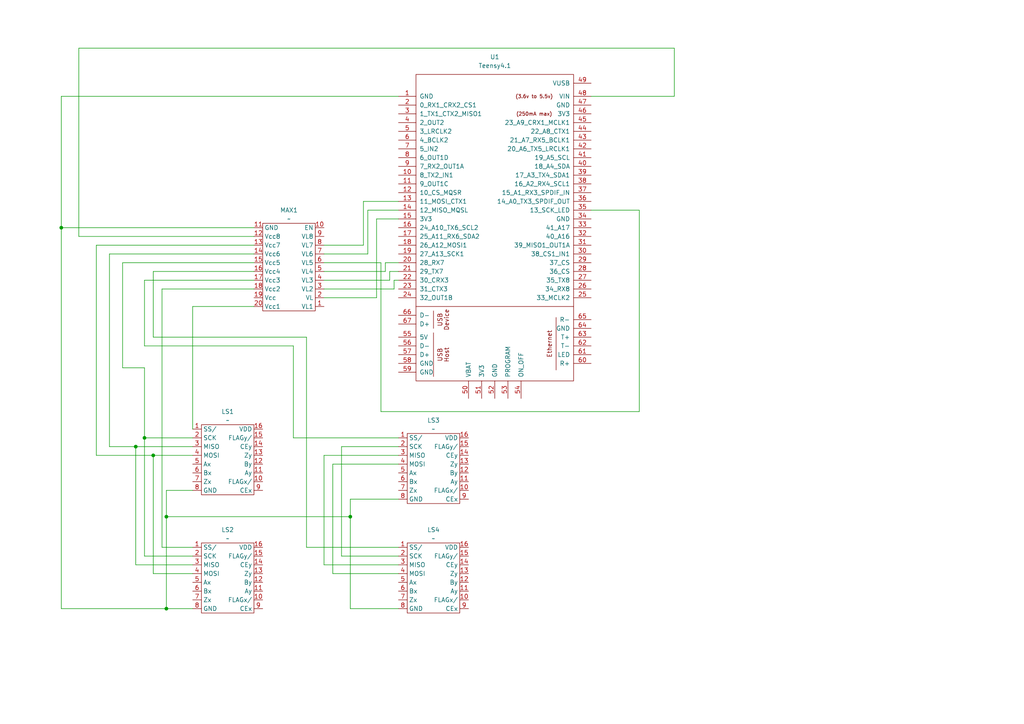
<source format=kicad_sch>
(kicad_sch (version 20231120) (generator "eeschema") (generator_version "8.0")
  (paper "A4")
  (lib_symbols
    (symbol "Teensy:Teensy4.1" (pin_names (offset 1.016))
      (property "Reference" "U" (at 0 64.77 0))
      (property "Value" "Teensy4.1" (at 0 62.23 0))
      (symbol "Teensy4.1_0_0"
        (polyline (pts (xy -22.86 -6.35) (xy 22.86 -6.35)))
        (polyline (pts (xy -17.78 -26.67) (xy -17.78 -13.97)))
        (polyline (pts (xy -17.78 -7.62) (xy -17.78 -12.7)))
        (polyline (pts (xy 17.78 -9.525) (xy 17.78 -24.765)))
        (text "(250mA max)" (at 11.43 49.53 0) (effects (font (size 1.016 1.016))))
        (text "(3.6v to 5.5v)" (at 11.43 54.61 0) (effects (font (size 1.016 1.016))))
        (text "Device" (at -13.97 -10.16 900) (effects (font (size 1.27 1.27))))
        (text "Ethernet" (at 15.875 -17.145 900) (effects (font (size 1.27 1.27))))
        (text "Host" (at -13.97 -20.32 900) (effects (font (size 1.27 1.27))))
        (text "USB" (at -15.875 -20.32 900) (effects (font (size 1.27 1.27))))
        (text "USB" (at -15.875 -10.16 900) (effects (font (size 1.27 1.27))))
        (pin bidirectional line (at -27.94 31.75 0) (length 5.08) (name "8_TX2_IN1") (number "10"))
        (pin bidirectional line (at -27.94 29.21 0) (length 5.08) (name "9_OUT1C") (number "11"))
        (pin bidirectional line (at -27.94 26.67 0) (length 5.08) (name "10_CS_MQSR") (number "12"))
        (pin bidirectional line (at -27.94 24.13 0) (length 5.08) (name "11_MOSI_CTX1") (number "13"))
        (pin bidirectional line (at -27.94 21.59 0) (length 5.08) (name "12_MISO_MQSL") (number "14"))
        (pin power_in line (at -27.94 19.05 0) (length 5.08) (name "3V3") (number "15"))
        (pin bidirectional line (at -27.94 16.51 0) (length 5.08) (name "24_A10_TX6_SCL2") (number "16"))
        (pin bidirectional line (at -27.94 13.97 0) (length 5.08) (name "25_A11_RX6_SDA2") (number "17"))
        (pin bidirectional line (at -27.94 11.43 0) (length 5.08) (name "26_A12_MOSI1") (number "18"))
        (pin bidirectional line (at -27.94 8.89 0) (length 5.08) (name "27_A13_SCK1") (number "19"))
        (pin bidirectional line (at -27.94 6.35 0) (length 5.08) (name "28_RX7") (number "20"))
        (pin bidirectional line (at -27.94 3.81 0) (length 5.08) (name "29_TX7") (number "21"))
        (pin bidirectional line (at -27.94 1.27 0) (length 5.08) (name "30_CRX3") (number "22"))
        (pin bidirectional line (at -27.94 -1.27 0) (length 5.08) (name "31_CTX3") (number "23"))
        (pin bidirectional line (at -27.94 -3.81 0) (length 5.08) (name "32_OUT1B") (number "24"))
        (pin bidirectional line (at 27.94 -3.81 180) (length 5.08) (name "33_MCLK2") (number "25"))
        (pin bidirectional line (at 27.94 -1.27 180) (length 5.08) (name "34_RX8") (number "26"))
        (pin bidirectional line (at 27.94 1.27 180) (length 5.08) (name "35_TX8") (number "27"))
        (pin bidirectional line (at 27.94 3.81 180) (length 5.08) (name "36_CS") (number "28"))
        (pin bidirectional line (at 27.94 6.35 180) (length 5.08) (name "37_CS") (number "29"))
        (pin bidirectional line (at 27.94 8.89 180) (length 5.08) (name "38_CS1_IN1") (number "30"))
        (pin bidirectional line (at 27.94 11.43 180) (length 5.08) (name "39_MISO1_OUT1A") (number "31"))
        (pin bidirectional line (at 27.94 13.97 180) (length 5.08) (name "40_A16") (number "32"))
        (pin bidirectional line (at 27.94 16.51 180) (length 5.08) (name "41_A17") (number "33"))
        (pin bidirectional line (at 27.94 21.59 180) (length 5.08) (name "13_SCK_LED") (number "35"))
        (pin bidirectional line (at 27.94 24.13 180) (length 5.08) (name "14_A0_TX3_SPDIF_OUT") (number "36"))
        (pin bidirectional line (at 27.94 26.67 180) (length 5.08) (name "15_A1_RX3_SPDIF_IN") (number "37"))
        (pin bidirectional line (at 27.94 29.21 180) (length 5.08) (name "16_A2_RX4_SCL1") (number "38"))
        (pin bidirectional line (at 27.94 31.75 180) (length 5.08) (name "17_A3_TX4_SDA1") (number "39"))
        (pin bidirectional line (at 27.94 34.29 180) (length 5.08) (name "18_A4_SDA") (number "40"))
        (pin bidirectional line (at 27.94 36.83 180) (length 5.08) (name "19_A5_SCL") (number "41"))
        (pin bidirectional line (at 27.94 39.37 180) (length 5.08) (name "20_A6_TX5_LRCLK1") (number "42"))
        (pin bidirectional line (at 27.94 41.91 180) (length 5.08) (name "21_A7_RX5_BCLK1") (number "43"))
        (pin bidirectional line (at 27.94 44.45 180) (length 5.08) (name "22_A8_CTX1") (number "44"))
        (pin bidirectional line (at 27.94 46.99 180) (length 5.08) (name "23_A9_CRX1_MCLK1") (number "45"))
        (pin output line (at 27.94 49.53 180) (length 5.08) (name "3V3") (number "46"))
        (pin output line (at 27.94 52.07 180) (length 5.08) (name "GND") (number "47"))
        (pin power_in line (at 27.94 54.61 180) (length 5.08) (name "VIN") (number "48"))
        (pin power_out line (at 27.94 58.42 180) (length 5.08) (name "VUSB") (number "49"))
        (pin bidirectional line (at -27.94 44.45 0) (length 5.08) (name "3_LRCLK2") (number "5"))
        (pin power_in line (at -7.62 -33.02 90) (length 5.08) (name "VBAT") (number "50"))
        (pin power_in line (at -3.81 -33.02 90) (length 5.08) (name "3V3") (number "51"))
        (pin input line (at 0 -33.02 90) (length 5.08) (name "GND") (number "52"))
        (pin input line (at 3.81 -33.02 90) (length 5.08) (name "PROGRAM") (number "53"))
        (pin input line (at 7.62 -33.02 90) (length 5.08) (name "ON_OFF") (number "54"))
        (pin power_out line (at -27.94 -15.24 0) (length 5.08) (name "5V") (number "55"))
        (pin bidirectional line (at -27.94 -17.78 0) (length 5.08) (name "D-") (number "56"))
        (pin bidirectional line (at -27.94 -20.32 0) (length 5.08) (name "D+") (number "57"))
        (pin power_in line (at -27.94 -22.86 0) (length 5.08) (name "GND") (number "58"))
        (pin power_in line (at -27.94 -25.4 0) (length 5.08) (name "GND") (number "59"))
        (pin bidirectional line (at -27.94 41.91 0) (length 5.08) (name "4_BCLK2") (number "6"))
        (pin bidirectional line (at 27.94 -22.86 180) (length 5.08) (name "R+") (number "60"))
        (pin bidirectional line (at 27.94 -20.32 180) (length 5.08) (name "LED") (number "61"))
        (pin bidirectional line (at 27.94 -17.78 180) (length 5.08) (name "T-") (number "62"))
        (pin bidirectional line (at 27.94 -15.24 180) (length 5.08) (name "T+") (number "63"))
        (pin power_in line (at 27.94 -12.7 180) (length 5.08) (name "GND") (number "64"))
        (pin bidirectional line (at 27.94 -10.16 180) (length 5.08) (name "R-") (number "65"))
        (pin bidirectional line (at -27.94 -8.89 0) (length 5.08) (name "D-") (number "66"))
        (pin bidirectional line (at -27.94 -11.43 0) (length 5.08) (name "D+") (number "67"))
        (pin bidirectional line (at -27.94 39.37 0) (length 5.08) (name "5_IN2") (number "7"))
        (pin bidirectional line (at -27.94 36.83 0) (length 5.08) (name "6_OUT1D") (number "8"))
        (pin bidirectional line (at -27.94 34.29 0) (length 5.08) (name "7_RX2_OUT1A") (number "9"))
      )
      (symbol "Teensy4.1_0_1"
        (rectangle (start -22.86 60.96) (end 22.86 -27.94))
        (rectangle (start -20.32 -1.27) (end -20.32 -1.27))
      )
      (symbol "Teensy4.1_1_1"
        (pin power_in line (at -27.94 54.61 0) (length 5.08) (name "GND") (number "1"))
        (pin bidirectional line (at -27.94 52.07 0) (length 5.08) (name "0_RX1_CRX2_CS1") (number "2"))
        (pin bidirectional line (at -27.94 49.53 0) (length 5.08) (name "1_TX1_CTX2_MISO1") (number "3"))
        (pin power_in line (at 27.94 19.05 180) (length 5.08) (name "GND") (number "34"))
        (pin bidirectional line (at -27.94 46.99 0) (length 5.08) (name "2_OUT2") (number "4"))
      )
    )
    (symbol "custom_components:LS7466"
      (property "Reference" "LS7466" (at 0 2.286 90))
      (symbol "LS7466_0_1"
        (rectangle (start -7.62 12.7) (end 7.62 -7.62))
      )
      (symbol "LS7466_1_1"
        (pin input line (at -10.16 11.43 0) (length 2.54) (name "SS/") (number "1"))
        (pin input line (at 10.16 -3.81 180) (length 2.54) (name "FLAGx/") (number "10"))
        (pin input line (at 10.16 -1.27 180) (length 2.54) (name "Ay") (number "11"))
        (pin input line (at 10.16 1.27 180) (length 2.54) (name "By") (number "12"))
        (pin input line (at 10.16 3.81 180) (length 2.54) (name "Zy") (number "13"))
        (pin input line (at 10.16 6.35 180) (length 2.54) (name "CEy") (number "14"))
        (pin input line (at 10.16 8.89 180) (length 2.54) (name "FLAGy/") (number "15"))
        (pin input line (at 10.16 11.43 180) (length 2.54) (name "VDD") (number "16"))
        (pin input line (at -10.16 8.89 0) (length 2.54) (name "SCK") (number "2"))
        (pin input line (at -10.16 6.35 0) (length 2.54) (name "MISO") (number "3"))
        (pin input line (at -10.16 3.81 0) (length 2.54) (name "MOSI") (number "4"))
        (pin input line (at -10.16 1.27 0) (length 2.54) (name "Ax") (number "5"))
        (pin input line (at -10.16 -1.27 0) (length 2.54) (name "Bx") (number "6"))
        (pin input line (at -10.16 -3.81 0) (length 2.54) (name "Zx") (number "7"))
        (pin input line (at -10.16 -6.35 0) (length 2.54) (name "GND") (number "8"))
        (pin input line (at 10.16 -6.35 180) (length 2.54) (name "CEx") (number "9"))
      )
    )
    (symbol "custom_components:MAX3002"
      (property "Reference" "MAX3002" (at 0 -4.572 90))
      (symbol "MAX3002_0_1"
        (rectangle (start -7.62 7.62) (end 7.62 -17.78))
      )
      (symbol "MAX3002_1_1"
        (pin bidirectional line (at -10.16 6.35 0) (length 2.54) (name "VL1") (number "1"))
        (pin input line (at -10.16 -16.51 0) (length 2.54) (name "EN") (number "10"))
        (pin input line (at 10.16 -16.51 180) (length 2.54) (name "GND") (number "11"))
        (pin bidirectional line (at 10.16 -13.97 180) (length 2.54) (name "Vcc8") (number "12"))
        (pin bidirectional line (at 10.16 -11.43 180) (length 2.54) (name "Vcc7") (number "13"))
        (pin bidirectional line (at 10.16 -8.89 180) (length 2.54) (name "Vcc6") (number "14"))
        (pin bidirectional line (at 10.16 -6.35 180) (length 2.54) (name "Vcc5") (number "15"))
        (pin bidirectional line (at 10.16 -3.81 180) (length 2.54) (name "Vcc4") (number "16"))
        (pin bidirectional line (at 10.16 -1.27 180) (length 2.54) (name "Vcc3") (number "17"))
        (pin bidirectional line (at 10.16 1.27 180) (length 2.54) (name "Vcc2") (number "18"))
        (pin input line (at 10.16 3.81 180) (length 2.54) (name "Vcc") (number "19"))
        (pin input line (at -10.16 3.81 0) (length 2.54) (name "VL") (number "2"))
        (pin input line (at 10.16 6.35 180) (length 2.54) (name "Vcc1") (number "20"))
        (pin bidirectional line (at -10.16 1.27 0) (length 2.54) (name "VL2") (number "3"))
        (pin bidirectional line (at -10.16 -1.27 0) (length 2.54) (name "VL3") (number "4"))
        (pin bidirectional line (at -10.16 -3.81 0) (length 2.54) (name "VL4") (number "5"))
        (pin bidirectional line (at -10.16 -6.35 0) (length 2.54) (name "VL5") (number "6"))
        (pin bidirectional line (at -10.16 -8.89 0) (length 2.54) (name "VL6") (number "7"))
        (pin bidirectional line (at -10.16 -11.43 0) (length 2.54) (name "VL7") (number "8"))
        (pin bidirectional line (at -10.16 -13.97 0) (length 2.54) (name "VL8") (number "9"))
      )
    )
  )
  (junction (at 44.45 132.08))
  (junction (at 39.37 129.54))
  (junction (at 41.91 127))
  (junction (at 48.26 149.86))
  (junction (at 48.26 176.53))
  (junction (at 101.6 149.86))
  (junction (at 17.78 66.04))
  (wire (pts (xy 48.26 142.24) (xy 48.26 149.86)))
  (wire (pts (xy 115.57 127) (xy 85.09 127)))
  (wire (pts (xy 44.45 78.74) (xy 73.66 78.74)))
  (wire (pts (xy 88.9 97.79) (xy 44.45 97.79)))
  (wire (pts (xy 185.42 60.96) (xy 171.45 60.96)))
  (wire (pts (xy 93.98 71.12) (xy 105.41 71.12)))
  (wire (pts (xy 27.94 132.08) (xy 27.94 71.12)))
  (wire (pts (xy 115.57 60.96) (xy 106.68 60.96)))
  (wire (pts (xy 44.45 132.08) (xy 55.88 132.08)))
  (wire (pts (xy 55.88 161.29) (xy 41.91 161.29)))
  (wire (pts (xy 41.91 127) (xy 41.91 106.68)))
  (wire (pts (xy 44.45 97.79) (xy 44.45 78.74)))
  (wire (pts (xy 111.76 78.74) (xy 111.76 76.2)))
  (wire (pts (xy 73.66 73.66) (xy 31.75 73.66)))
  (wire (pts (xy 17.78 66.04) (xy 17.78 27.94)))
  (wire (pts (xy 48.26 176.53) (xy 17.78 176.53)))
  (wire (pts (xy 101.6 144.78) (xy 101.6 149.86)))
  (wire (pts (xy 106.68 73.66) (xy 93.98 73.66)))
  (wire (pts (xy 22.86 68.58) (xy 73.66 68.58)))
  (wire (pts (xy 93.98 81.28) (xy 113.03 81.28)))
  (wire (pts (xy 17.78 27.94) (xy 115.57 27.94)))
  (wire (pts (xy 185.42 119.38) (xy 185.42 60.96)))
  (wire (pts (xy 41.91 100.33) (xy 41.91 81.28)))
  (wire (pts (xy 55.88 158.75) (xy 46.99 158.75)))
  (wire (pts (xy 101.6 149.86) (xy 101.6 176.53)))
  (wire (pts (xy 115.57 161.29) (xy 99.06 161.29)))
  (wire (pts (xy 93.98 163.83) (xy 115.57 163.83)))
  (wire (pts (xy 114.3 81.28) (xy 115.57 81.28)))
  (wire (pts (xy 48.26 176.53) (xy 55.88 176.53)))
  (wire (pts (xy 96.52 134.62) (xy 115.57 134.62)))
  (wire (pts (xy 46.99 158.75) (xy 46.99 83.82)))
  (wire (pts (xy 115.57 132.08) (xy 93.98 132.08)))
  (wire (pts (xy 99.06 161.29) (xy 99.06 129.54)))
  (wire (pts (xy 22.86 13.97) (xy 195.58 13.97)))
  (wire (pts (xy 109.22 86.36) (xy 109.22 63.5)))
  (wire (pts (xy 17.78 176.53) (xy 17.78 66.04)))
  (wire (pts (xy 17.78 66.04) (xy 73.66 66.04)))
  (wire (pts (xy 195.58 13.97) (xy 195.58 27.94)))
  (wire (pts (xy 48.26 149.86) (xy 101.6 149.86)))
  (wire (pts (xy 114.3 83.82) (xy 114.3 81.28)))
  (wire (pts (xy 195.58 27.94) (xy 171.45 27.94)))
  (wire (pts (xy 44.45 166.37) (xy 44.45 132.08)))
  (wire (pts (xy 27.94 71.12) (xy 73.66 71.12)))
  (wire (pts (xy 55.88 142.24) (xy 48.26 142.24)))
  (wire (pts (xy 39.37 163.83) (xy 55.88 163.83)))
  (wire (pts (xy 111.76 76.2) (xy 115.57 76.2)))
  (wire (pts (xy 41.91 81.28) (xy 73.66 81.28)))
  (wire (pts (xy 105.41 71.12) (xy 105.41 58.42)))
  (wire (pts (xy 93.98 76.2) (xy 110.49 76.2)))
  (wire (pts (xy 101.6 176.53) (xy 115.57 176.53)))
  (wire (pts (xy 93.98 132.08) (xy 93.98 163.83)))
  (wire (pts (xy 48.26 149.86) (xy 48.26 176.53)))
  (wire (pts (xy 106.68 60.96) (xy 106.68 73.66)))
  (wire (pts (xy 31.75 129.54) (xy 39.37 129.54)))
  (wire (pts (xy 93.98 86.36) (xy 109.22 86.36)))
  (wire (pts (xy 55.88 88.9) (xy 73.66 88.9)))
  (wire (pts (xy 93.98 78.74) (xy 111.76 78.74)))
  (wire (pts (xy 115.57 144.78) (xy 101.6 144.78)))
  (wire (pts (xy 110.49 76.2) (xy 110.49 119.38)))
  (wire (pts (xy 39.37 129.54) (xy 39.37 163.83)))
  (wire (pts (xy 35.56 76.2) (xy 73.66 76.2)))
  (wire (pts (xy 41.91 106.68) (xy 35.56 106.68)))
  (wire (pts (xy 110.49 119.38) (xy 185.42 119.38)))
  (wire (pts (xy 44.45 132.08) (xy 27.94 132.08)))
  (wire (pts (xy 22.86 68.58) (xy 22.86 13.97)))
  (wire (pts (xy 96.52 166.37) (xy 96.52 134.62)))
  (wire (pts (xy 35.56 106.68) (xy 35.56 76.2)))
  (wire (pts (xy 115.57 158.75) (xy 88.9 158.75)))
  (wire (pts (xy 113.03 81.28) (xy 113.03 78.74)))
  (wire (pts (xy 85.09 100.33) (xy 41.91 100.33)))
  (wire (pts (xy 105.41 58.42) (xy 115.57 58.42)))
  (wire (pts (xy 55.88 166.37) (xy 44.45 166.37)))
  (wire (pts (xy 113.03 78.74) (xy 115.57 78.74)))
  (wire (pts (xy 99.06 129.54) (xy 115.57 129.54)))
  (wire (pts (xy 109.22 63.5) (xy 115.57 63.5)))
  (wire (pts (xy 31.75 73.66) (xy 31.75 129.54)))
  (wire (pts (xy 41.91 127) (xy 55.88 127)))
  (wire (pts (xy 93.98 83.82) (xy 114.3 83.82)))
  (wire (pts (xy 115.57 166.37) (xy 96.52 166.37)))
  (wire (pts (xy 41.91 161.29) (xy 41.91 127)))
  (wire (pts (xy 55.88 129.54) (xy 39.37 129.54)))
  (wire (pts (xy 88.9 158.75) (xy 88.9 97.79)))
  (wire (pts (xy 46.99 83.82) (xy 73.66 83.82)))
  (wire (pts (xy 85.09 127) (xy 85.09 100.33)))
  (wire (pts (xy 55.88 124.46) (xy 55.88 88.9)))
  (symbol (lib_id "custom_components:LS7466") (at 66.04 170.18 0) (unit 1)
    (property "Reference" "LS2" (at 66.04 153.67 0))
    (property "Value" "~" (at 66.04 156.21 0))
    (property "Footprint" "Custom_Components:LS7466" (effects (hide yes)))
  )
  (symbol (lib_id "custom_components:MAX3002") (at 83.82 82.55 180) (unit 1)
    (property "Reference" "MAX1" (at 83.82 60.96 0))
    (property "Value" "~" (at 83.82 63.5 0))
    (property "Footprint" "Custom_Components:MAX3002" (effects (hide yes)))
  )
  (symbol (lib_id "custom_components:LS7466") (at 66.04 135.89 0) (unit 1)
    (property "Reference" "LS1" (at 66.04 119.38 0))
    (property "Value" "~" (at 66.04 121.92 0))
    (property "Footprint" "Custom_Components:LS7466" (effects (hide yes)))
  )
  (symbol (lib_id "custom_components:LS7466") (at 125.73 138.43 0) (unit 1)
    (property "Reference" "LS3" (at 125.73 121.92 0))
    (property "Value" "~" (at 125.73 124.46 0))
    (property "Footprint" "Custom_Components:LS7466" (effects (hide yes)))
  )
  (symbol (lib_id "Teensy:Teensy4.1") (at 143.51 82.55 0) (unit 1)
    (property "Reference" "U1" (at 143.51 16.51 0))
    (property "Value" "Teensy4.1" (at 143.51 19.05 0))
    (property "Footprint" "teensy:Teensy41" (effects (hide yes)))
  )
  (symbol (lib_id "custom_components:LS7466") (at 125.73 170.18 0) (unit 1)
    (property "Reference" "LS4" (at 125.73 153.67 0))
    (property "Value" "~" (at 125.73 156.21 0))
    (property "Footprint" "Custom_Components:LS7466" (effects (hide yes)))
  )
)
</source>
